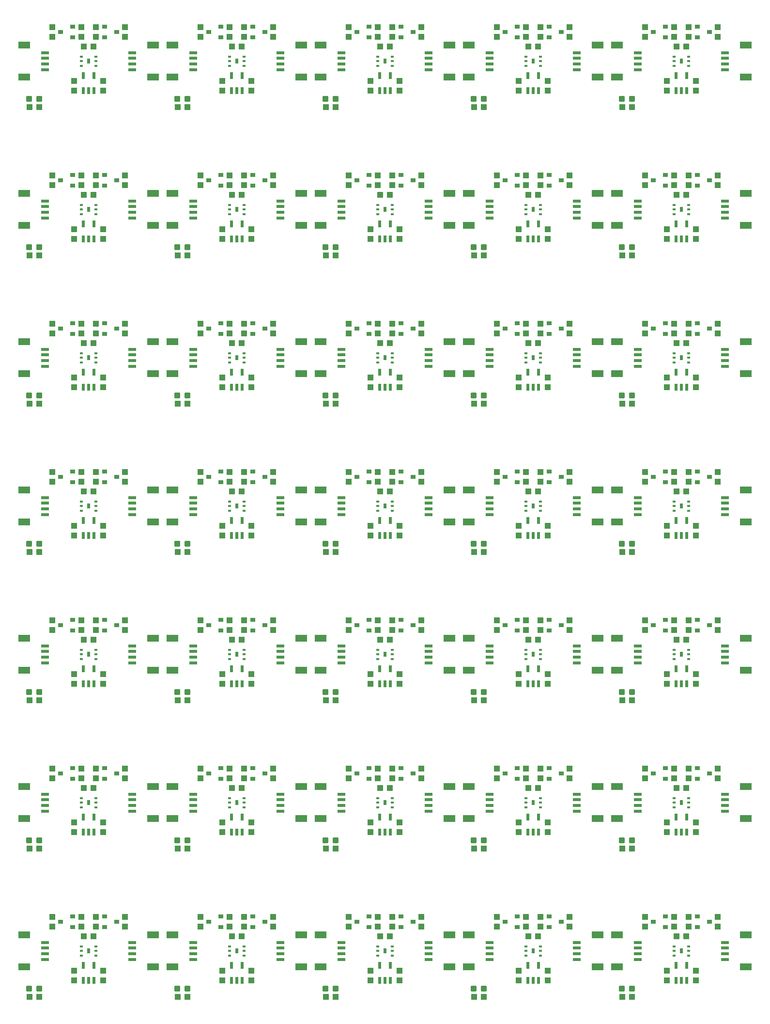
<source format=gtp>
G04 EAGLE Gerber RS-274X export*
G75*
%MOMM*%
%FSLAX34Y34*%
%LPD*%
%INSolderpaste Top*%
%IPPOS*%
%AMOC8*
5,1,8,0,0,1.08239X$1,22.5*%
G01*
%ADD10R,2.000000X1.200000*%
%ADD11R,1.350000X0.600000*%
%ADD12R,1.100000X1.000000*%
%ADD13C,0.300000*%
%ADD14R,0.550000X1.200000*%
%ADD15R,0.900000X0.800000*%
%ADD16R,1.000000X1.100000*%
%ADD17R,0.550000X0.400000*%
%ADD18R,0.600000X0.850000*%


D10*
X14050Y155000D03*
X14050Y99000D03*
D11*
X50800Y142000D03*
X50800Y132000D03*
X50800Y122000D03*
X50800Y112000D03*
D12*
X118500Y152400D03*
X135500Y152400D03*
D10*
X239950Y99000D03*
X239950Y155000D03*
D11*
X203200Y112000D03*
X203200Y122000D03*
X203200Y132000D03*
X203200Y142000D03*
D12*
X23250Y46990D03*
X40250Y46990D03*
D13*
X37020Y57460D02*
X37020Y64460D01*
X44020Y64460D01*
X44020Y57460D01*
X37020Y57460D01*
X37020Y60310D02*
X44020Y60310D01*
X44020Y63160D02*
X37020Y63160D01*
X19480Y64460D02*
X19480Y57460D01*
X19480Y64460D02*
X26480Y64460D01*
X26480Y57460D01*
X19480Y57460D01*
X19480Y60310D02*
X26480Y60310D01*
X26480Y63160D02*
X19480Y63160D01*
D14*
X117500Y75899D03*
X127000Y75899D03*
X136500Y75899D03*
X136500Y101901D03*
X117500Y101901D03*
D15*
X98900Y168300D03*
X98900Y187300D03*
X77900Y177800D03*
X155100Y187300D03*
X155100Y168300D03*
X176100Y177800D03*
D16*
X63500Y169300D03*
X63500Y186300D03*
X114300Y186300D03*
X114300Y169300D03*
X139700Y169300D03*
X139700Y186300D03*
X190500Y169300D03*
X190500Y186300D03*
X101600Y75320D03*
X101600Y92320D03*
X152400Y92320D03*
X152400Y75320D03*
D17*
X114500Y135000D03*
X114500Y127000D03*
X114500Y119000D03*
X139500Y135000D03*
X139500Y127000D03*
X139500Y119000D03*
D18*
X127000Y127000D03*
D10*
X273130Y155000D03*
X273130Y99000D03*
D11*
X309880Y142000D03*
X309880Y132000D03*
X309880Y122000D03*
X309880Y112000D03*
D12*
X377580Y152400D03*
X394580Y152400D03*
D10*
X499030Y99000D03*
X499030Y155000D03*
D11*
X462280Y112000D03*
X462280Y122000D03*
X462280Y132000D03*
X462280Y142000D03*
D12*
X282330Y46990D03*
X299330Y46990D03*
D13*
X296100Y57460D02*
X296100Y64460D01*
X303100Y64460D01*
X303100Y57460D01*
X296100Y57460D01*
X296100Y60310D02*
X303100Y60310D01*
X303100Y63160D02*
X296100Y63160D01*
X278560Y64460D02*
X278560Y57460D01*
X278560Y64460D02*
X285560Y64460D01*
X285560Y57460D01*
X278560Y57460D01*
X278560Y60310D02*
X285560Y60310D01*
X285560Y63160D02*
X278560Y63160D01*
D14*
X376580Y75899D03*
X386080Y75899D03*
X395580Y75899D03*
X395580Y101901D03*
X376580Y101901D03*
D15*
X357980Y168300D03*
X357980Y187300D03*
X336980Y177800D03*
X414180Y187300D03*
X414180Y168300D03*
X435180Y177800D03*
D16*
X322580Y169300D03*
X322580Y186300D03*
X373380Y186300D03*
X373380Y169300D03*
X398780Y169300D03*
X398780Y186300D03*
X449580Y169300D03*
X449580Y186300D03*
X360680Y75320D03*
X360680Y92320D03*
X411480Y92320D03*
X411480Y75320D03*
D17*
X373580Y135000D03*
X373580Y127000D03*
X373580Y119000D03*
X398580Y135000D03*
X398580Y127000D03*
X398580Y119000D03*
D18*
X386080Y127000D03*
D10*
X532210Y155000D03*
X532210Y99000D03*
D11*
X568960Y142000D03*
X568960Y132000D03*
X568960Y122000D03*
X568960Y112000D03*
D12*
X636660Y152400D03*
X653660Y152400D03*
D10*
X758110Y99000D03*
X758110Y155000D03*
D11*
X721360Y112000D03*
X721360Y122000D03*
X721360Y132000D03*
X721360Y142000D03*
D12*
X541410Y46990D03*
X558410Y46990D03*
D13*
X555180Y57460D02*
X555180Y64460D01*
X562180Y64460D01*
X562180Y57460D01*
X555180Y57460D01*
X555180Y60310D02*
X562180Y60310D01*
X562180Y63160D02*
X555180Y63160D01*
X537640Y64460D02*
X537640Y57460D01*
X537640Y64460D02*
X544640Y64460D01*
X544640Y57460D01*
X537640Y57460D01*
X537640Y60310D02*
X544640Y60310D01*
X544640Y63160D02*
X537640Y63160D01*
D14*
X635660Y75899D03*
X645160Y75899D03*
X654660Y75899D03*
X654660Y101901D03*
X635660Y101901D03*
D15*
X617060Y168300D03*
X617060Y187300D03*
X596060Y177800D03*
X673260Y187300D03*
X673260Y168300D03*
X694260Y177800D03*
D16*
X581660Y169300D03*
X581660Y186300D03*
X632460Y186300D03*
X632460Y169300D03*
X657860Y169300D03*
X657860Y186300D03*
X708660Y169300D03*
X708660Y186300D03*
X619760Y75320D03*
X619760Y92320D03*
X670560Y92320D03*
X670560Y75320D03*
D17*
X632660Y135000D03*
X632660Y127000D03*
X632660Y119000D03*
X657660Y135000D03*
X657660Y127000D03*
X657660Y119000D03*
D18*
X645160Y127000D03*
D10*
X791290Y155000D03*
X791290Y99000D03*
D11*
X828040Y142000D03*
X828040Y132000D03*
X828040Y122000D03*
X828040Y112000D03*
D12*
X895740Y152400D03*
X912740Y152400D03*
D10*
X1017190Y99000D03*
X1017190Y155000D03*
D11*
X980440Y112000D03*
X980440Y122000D03*
X980440Y132000D03*
X980440Y142000D03*
D12*
X800490Y46990D03*
X817490Y46990D03*
D13*
X814260Y57460D02*
X814260Y64460D01*
X821260Y64460D01*
X821260Y57460D01*
X814260Y57460D01*
X814260Y60310D02*
X821260Y60310D01*
X821260Y63160D02*
X814260Y63160D01*
X796720Y64460D02*
X796720Y57460D01*
X796720Y64460D02*
X803720Y64460D01*
X803720Y57460D01*
X796720Y57460D01*
X796720Y60310D02*
X803720Y60310D01*
X803720Y63160D02*
X796720Y63160D01*
D14*
X894740Y75899D03*
X904240Y75899D03*
X913740Y75899D03*
X913740Y101901D03*
X894740Y101901D03*
D15*
X876140Y168300D03*
X876140Y187300D03*
X855140Y177800D03*
X932340Y187300D03*
X932340Y168300D03*
X953340Y177800D03*
D16*
X840740Y169300D03*
X840740Y186300D03*
X891540Y186300D03*
X891540Y169300D03*
X916940Y169300D03*
X916940Y186300D03*
X967740Y169300D03*
X967740Y186300D03*
X878840Y75320D03*
X878840Y92320D03*
X929640Y92320D03*
X929640Y75320D03*
D17*
X891740Y135000D03*
X891740Y127000D03*
X891740Y119000D03*
X916740Y135000D03*
X916740Y127000D03*
X916740Y119000D03*
D18*
X904240Y127000D03*
D10*
X1050370Y155000D03*
X1050370Y99000D03*
D11*
X1087120Y142000D03*
X1087120Y132000D03*
X1087120Y122000D03*
X1087120Y112000D03*
D12*
X1154820Y152400D03*
X1171820Y152400D03*
D10*
X1276270Y99000D03*
X1276270Y155000D03*
D11*
X1239520Y112000D03*
X1239520Y122000D03*
X1239520Y132000D03*
X1239520Y142000D03*
D12*
X1059570Y46990D03*
X1076570Y46990D03*
D13*
X1073340Y57460D02*
X1073340Y64460D01*
X1080340Y64460D01*
X1080340Y57460D01*
X1073340Y57460D01*
X1073340Y60310D02*
X1080340Y60310D01*
X1080340Y63160D02*
X1073340Y63160D01*
X1055800Y64460D02*
X1055800Y57460D01*
X1055800Y64460D02*
X1062800Y64460D01*
X1062800Y57460D01*
X1055800Y57460D01*
X1055800Y60310D02*
X1062800Y60310D01*
X1062800Y63160D02*
X1055800Y63160D01*
D14*
X1153820Y75899D03*
X1163320Y75899D03*
X1172820Y75899D03*
X1172820Y101901D03*
X1153820Y101901D03*
D15*
X1135220Y168300D03*
X1135220Y187300D03*
X1114220Y177800D03*
X1191420Y187300D03*
X1191420Y168300D03*
X1212420Y177800D03*
D16*
X1099820Y169300D03*
X1099820Y186300D03*
X1150620Y186300D03*
X1150620Y169300D03*
X1176020Y169300D03*
X1176020Y186300D03*
X1226820Y169300D03*
X1226820Y186300D03*
X1137920Y75320D03*
X1137920Y92320D03*
X1188720Y92320D03*
X1188720Y75320D03*
D17*
X1150820Y135000D03*
X1150820Y127000D03*
X1150820Y119000D03*
X1175820Y135000D03*
X1175820Y127000D03*
X1175820Y119000D03*
D18*
X1163320Y127000D03*
D10*
X14050Y414080D03*
X14050Y358080D03*
D11*
X50800Y401080D03*
X50800Y391080D03*
X50800Y381080D03*
X50800Y371080D03*
D12*
X118500Y411480D03*
X135500Y411480D03*
D10*
X239950Y358080D03*
X239950Y414080D03*
D11*
X203200Y371080D03*
X203200Y381080D03*
X203200Y391080D03*
X203200Y401080D03*
D12*
X23250Y306070D03*
X40250Y306070D03*
D13*
X37020Y316540D02*
X37020Y323540D01*
X44020Y323540D01*
X44020Y316540D01*
X37020Y316540D01*
X37020Y319390D02*
X44020Y319390D01*
X44020Y322240D02*
X37020Y322240D01*
X19480Y323540D02*
X19480Y316540D01*
X19480Y323540D02*
X26480Y323540D01*
X26480Y316540D01*
X19480Y316540D01*
X19480Y319390D02*
X26480Y319390D01*
X26480Y322240D02*
X19480Y322240D01*
D14*
X117500Y334979D03*
X127000Y334979D03*
X136500Y334979D03*
X136500Y360981D03*
X117500Y360981D03*
D15*
X98900Y427380D03*
X98900Y446380D03*
X77900Y436880D03*
X155100Y446380D03*
X155100Y427380D03*
X176100Y436880D03*
D16*
X63500Y428380D03*
X63500Y445380D03*
X114300Y445380D03*
X114300Y428380D03*
X139700Y428380D03*
X139700Y445380D03*
X190500Y428380D03*
X190500Y445380D03*
X101600Y334400D03*
X101600Y351400D03*
X152400Y351400D03*
X152400Y334400D03*
D17*
X114500Y394080D03*
X114500Y386080D03*
X114500Y378080D03*
X139500Y394080D03*
X139500Y386080D03*
X139500Y378080D03*
D18*
X127000Y386080D03*
D10*
X273130Y414080D03*
X273130Y358080D03*
D11*
X309880Y401080D03*
X309880Y391080D03*
X309880Y381080D03*
X309880Y371080D03*
D12*
X377580Y411480D03*
X394580Y411480D03*
D10*
X499030Y358080D03*
X499030Y414080D03*
D11*
X462280Y371080D03*
X462280Y381080D03*
X462280Y391080D03*
X462280Y401080D03*
D12*
X282330Y306070D03*
X299330Y306070D03*
D13*
X296100Y316540D02*
X296100Y323540D01*
X303100Y323540D01*
X303100Y316540D01*
X296100Y316540D01*
X296100Y319390D02*
X303100Y319390D01*
X303100Y322240D02*
X296100Y322240D01*
X278560Y323540D02*
X278560Y316540D01*
X278560Y323540D02*
X285560Y323540D01*
X285560Y316540D01*
X278560Y316540D01*
X278560Y319390D02*
X285560Y319390D01*
X285560Y322240D02*
X278560Y322240D01*
D14*
X376580Y334979D03*
X386080Y334979D03*
X395580Y334979D03*
X395580Y360981D03*
X376580Y360981D03*
D15*
X357980Y427380D03*
X357980Y446380D03*
X336980Y436880D03*
X414180Y446380D03*
X414180Y427380D03*
X435180Y436880D03*
D16*
X322580Y428380D03*
X322580Y445380D03*
X373380Y445380D03*
X373380Y428380D03*
X398780Y428380D03*
X398780Y445380D03*
X449580Y428380D03*
X449580Y445380D03*
X360680Y334400D03*
X360680Y351400D03*
X411480Y351400D03*
X411480Y334400D03*
D17*
X373580Y394080D03*
X373580Y386080D03*
X373580Y378080D03*
X398580Y394080D03*
X398580Y386080D03*
X398580Y378080D03*
D18*
X386080Y386080D03*
D10*
X532210Y414080D03*
X532210Y358080D03*
D11*
X568960Y401080D03*
X568960Y391080D03*
X568960Y381080D03*
X568960Y371080D03*
D12*
X636660Y411480D03*
X653660Y411480D03*
D10*
X758110Y358080D03*
X758110Y414080D03*
D11*
X721360Y371080D03*
X721360Y381080D03*
X721360Y391080D03*
X721360Y401080D03*
D12*
X541410Y306070D03*
X558410Y306070D03*
D13*
X555180Y316540D02*
X555180Y323540D01*
X562180Y323540D01*
X562180Y316540D01*
X555180Y316540D01*
X555180Y319390D02*
X562180Y319390D01*
X562180Y322240D02*
X555180Y322240D01*
X537640Y323540D02*
X537640Y316540D01*
X537640Y323540D02*
X544640Y323540D01*
X544640Y316540D01*
X537640Y316540D01*
X537640Y319390D02*
X544640Y319390D01*
X544640Y322240D02*
X537640Y322240D01*
D14*
X635660Y334979D03*
X645160Y334979D03*
X654660Y334979D03*
X654660Y360981D03*
X635660Y360981D03*
D15*
X617060Y427380D03*
X617060Y446380D03*
X596060Y436880D03*
X673260Y446380D03*
X673260Y427380D03*
X694260Y436880D03*
D16*
X581660Y428380D03*
X581660Y445380D03*
X632460Y445380D03*
X632460Y428380D03*
X657860Y428380D03*
X657860Y445380D03*
X708660Y428380D03*
X708660Y445380D03*
X619760Y334400D03*
X619760Y351400D03*
X670560Y351400D03*
X670560Y334400D03*
D17*
X632660Y394080D03*
X632660Y386080D03*
X632660Y378080D03*
X657660Y394080D03*
X657660Y386080D03*
X657660Y378080D03*
D18*
X645160Y386080D03*
D10*
X791290Y414080D03*
X791290Y358080D03*
D11*
X828040Y401080D03*
X828040Y391080D03*
X828040Y381080D03*
X828040Y371080D03*
D12*
X895740Y411480D03*
X912740Y411480D03*
D10*
X1017190Y358080D03*
X1017190Y414080D03*
D11*
X980440Y371080D03*
X980440Y381080D03*
X980440Y391080D03*
X980440Y401080D03*
D12*
X800490Y306070D03*
X817490Y306070D03*
D13*
X814260Y316540D02*
X814260Y323540D01*
X821260Y323540D01*
X821260Y316540D01*
X814260Y316540D01*
X814260Y319390D02*
X821260Y319390D01*
X821260Y322240D02*
X814260Y322240D01*
X796720Y323540D02*
X796720Y316540D01*
X796720Y323540D02*
X803720Y323540D01*
X803720Y316540D01*
X796720Y316540D01*
X796720Y319390D02*
X803720Y319390D01*
X803720Y322240D02*
X796720Y322240D01*
D14*
X894740Y334979D03*
X904240Y334979D03*
X913740Y334979D03*
X913740Y360981D03*
X894740Y360981D03*
D15*
X876140Y427380D03*
X876140Y446380D03*
X855140Y436880D03*
X932340Y446380D03*
X932340Y427380D03*
X953340Y436880D03*
D16*
X840740Y428380D03*
X840740Y445380D03*
X891540Y445380D03*
X891540Y428380D03*
X916940Y428380D03*
X916940Y445380D03*
X967740Y428380D03*
X967740Y445380D03*
X878840Y334400D03*
X878840Y351400D03*
X929640Y351400D03*
X929640Y334400D03*
D17*
X891740Y394080D03*
X891740Y386080D03*
X891740Y378080D03*
X916740Y394080D03*
X916740Y386080D03*
X916740Y378080D03*
D18*
X904240Y386080D03*
D10*
X1050370Y414080D03*
X1050370Y358080D03*
D11*
X1087120Y401080D03*
X1087120Y391080D03*
X1087120Y381080D03*
X1087120Y371080D03*
D12*
X1154820Y411480D03*
X1171820Y411480D03*
D10*
X1276270Y358080D03*
X1276270Y414080D03*
D11*
X1239520Y371080D03*
X1239520Y381080D03*
X1239520Y391080D03*
X1239520Y401080D03*
D12*
X1059570Y306070D03*
X1076570Y306070D03*
D13*
X1073340Y316540D02*
X1073340Y323540D01*
X1080340Y323540D01*
X1080340Y316540D01*
X1073340Y316540D01*
X1073340Y319390D02*
X1080340Y319390D01*
X1080340Y322240D02*
X1073340Y322240D01*
X1055800Y323540D02*
X1055800Y316540D01*
X1055800Y323540D02*
X1062800Y323540D01*
X1062800Y316540D01*
X1055800Y316540D01*
X1055800Y319390D02*
X1062800Y319390D01*
X1062800Y322240D02*
X1055800Y322240D01*
D14*
X1153820Y334979D03*
X1163320Y334979D03*
X1172820Y334979D03*
X1172820Y360981D03*
X1153820Y360981D03*
D15*
X1135220Y427380D03*
X1135220Y446380D03*
X1114220Y436880D03*
X1191420Y446380D03*
X1191420Y427380D03*
X1212420Y436880D03*
D16*
X1099820Y428380D03*
X1099820Y445380D03*
X1150620Y445380D03*
X1150620Y428380D03*
X1176020Y428380D03*
X1176020Y445380D03*
X1226820Y428380D03*
X1226820Y445380D03*
X1137920Y334400D03*
X1137920Y351400D03*
X1188720Y351400D03*
X1188720Y334400D03*
D17*
X1150820Y394080D03*
X1150820Y386080D03*
X1150820Y378080D03*
X1175820Y394080D03*
X1175820Y386080D03*
X1175820Y378080D03*
D18*
X1163320Y386080D03*
D10*
X14050Y673160D03*
X14050Y617160D03*
D11*
X50800Y660160D03*
X50800Y650160D03*
X50800Y640160D03*
X50800Y630160D03*
D12*
X118500Y670560D03*
X135500Y670560D03*
D10*
X239950Y617160D03*
X239950Y673160D03*
D11*
X203200Y630160D03*
X203200Y640160D03*
X203200Y650160D03*
X203200Y660160D03*
D12*
X23250Y565150D03*
X40250Y565150D03*
D13*
X37020Y575620D02*
X37020Y582620D01*
X44020Y582620D01*
X44020Y575620D01*
X37020Y575620D01*
X37020Y578470D02*
X44020Y578470D01*
X44020Y581320D02*
X37020Y581320D01*
X19480Y582620D02*
X19480Y575620D01*
X19480Y582620D02*
X26480Y582620D01*
X26480Y575620D01*
X19480Y575620D01*
X19480Y578470D02*
X26480Y578470D01*
X26480Y581320D02*
X19480Y581320D01*
D14*
X117500Y594059D03*
X127000Y594059D03*
X136500Y594059D03*
X136500Y620061D03*
X117500Y620061D03*
D15*
X98900Y686460D03*
X98900Y705460D03*
X77900Y695960D03*
X155100Y705460D03*
X155100Y686460D03*
X176100Y695960D03*
D16*
X63500Y687460D03*
X63500Y704460D03*
X114300Y704460D03*
X114300Y687460D03*
X139700Y687460D03*
X139700Y704460D03*
X190500Y687460D03*
X190500Y704460D03*
X101600Y593480D03*
X101600Y610480D03*
X152400Y610480D03*
X152400Y593480D03*
D17*
X114500Y653160D03*
X114500Y645160D03*
X114500Y637160D03*
X139500Y653160D03*
X139500Y645160D03*
X139500Y637160D03*
D18*
X127000Y645160D03*
D10*
X273130Y673160D03*
X273130Y617160D03*
D11*
X309880Y660160D03*
X309880Y650160D03*
X309880Y640160D03*
X309880Y630160D03*
D12*
X377580Y670560D03*
X394580Y670560D03*
D10*
X499030Y617160D03*
X499030Y673160D03*
D11*
X462280Y630160D03*
X462280Y640160D03*
X462280Y650160D03*
X462280Y660160D03*
D12*
X282330Y565150D03*
X299330Y565150D03*
D13*
X296100Y575620D02*
X296100Y582620D01*
X303100Y582620D01*
X303100Y575620D01*
X296100Y575620D01*
X296100Y578470D02*
X303100Y578470D01*
X303100Y581320D02*
X296100Y581320D01*
X278560Y582620D02*
X278560Y575620D01*
X278560Y582620D02*
X285560Y582620D01*
X285560Y575620D01*
X278560Y575620D01*
X278560Y578470D02*
X285560Y578470D01*
X285560Y581320D02*
X278560Y581320D01*
D14*
X376580Y594059D03*
X386080Y594059D03*
X395580Y594059D03*
X395580Y620061D03*
X376580Y620061D03*
D15*
X357980Y686460D03*
X357980Y705460D03*
X336980Y695960D03*
X414180Y705460D03*
X414180Y686460D03*
X435180Y695960D03*
D16*
X322580Y687460D03*
X322580Y704460D03*
X373380Y704460D03*
X373380Y687460D03*
X398780Y687460D03*
X398780Y704460D03*
X449580Y687460D03*
X449580Y704460D03*
X360680Y593480D03*
X360680Y610480D03*
X411480Y610480D03*
X411480Y593480D03*
D17*
X373580Y653160D03*
X373580Y645160D03*
X373580Y637160D03*
X398580Y653160D03*
X398580Y645160D03*
X398580Y637160D03*
D18*
X386080Y645160D03*
D10*
X532210Y673160D03*
X532210Y617160D03*
D11*
X568960Y660160D03*
X568960Y650160D03*
X568960Y640160D03*
X568960Y630160D03*
D12*
X636660Y670560D03*
X653660Y670560D03*
D10*
X758110Y617160D03*
X758110Y673160D03*
D11*
X721360Y630160D03*
X721360Y640160D03*
X721360Y650160D03*
X721360Y660160D03*
D12*
X541410Y565150D03*
X558410Y565150D03*
D13*
X555180Y575620D02*
X555180Y582620D01*
X562180Y582620D01*
X562180Y575620D01*
X555180Y575620D01*
X555180Y578470D02*
X562180Y578470D01*
X562180Y581320D02*
X555180Y581320D01*
X537640Y582620D02*
X537640Y575620D01*
X537640Y582620D02*
X544640Y582620D01*
X544640Y575620D01*
X537640Y575620D01*
X537640Y578470D02*
X544640Y578470D01*
X544640Y581320D02*
X537640Y581320D01*
D14*
X635660Y594059D03*
X645160Y594059D03*
X654660Y594059D03*
X654660Y620061D03*
X635660Y620061D03*
D15*
X617060Y686460D03*
X617060Y705460D03*
X596060Y695960D03*
X673260Y705460D03*
X673260Y686460D03*
X694260Y695960D03*
D16*
X581660Y687460D03*
X581660Y704460D03*
X632460Y704460D03*
X632460Y687460D03*
X657860Y687460D03*
X657860Y704460D03*
X708660Y687460D03*
X708660Y704460D03*
X619760Y593480D03*
X619760Y610480D03*
X670560Y610480D03*
X670560Y593480D03*
D17*
X632660Y653160D03*
X632660Y645160D03*
X632660Y637160D03*
X657660Y653160D03*
X657660Y645160D03*
X657660Y637160D03*
D18*
X645160Y645160D03*
D10*
X791290Y673160D03*
X791290Y617160D03*
D11*
X828040Y660160D03*
X828040Y650160D03*
X828040Y640160D03*
X828040Y630160D03*
D12*
X895740Y670560D03*
X912740Y670560D03*
D10*
X1017190Y617160D03*
X1017190Y673160D03*
D11*
X980440Y630160D03*
X980440Y640160D03*
X980440Y650160D03*
X980440Y660160D03*
D12*
X800490Y565150D03*
X817490Y565150D03*
D13*
X814260Y575620D02*
X814260Y582620D01*
X821260Y582620D01*
X821260Y575620D01*
X814260Y575620D01*
X814260Y578470D02*
X821260Y578470D01*
X821260Y581320D02*
X814260Y581320D01*
X796720Y582620D02*
X796720Y575620D01*
X796720Y582620D02*
X803720Y582620D01*
X803720Y575620D01*
X796720Y575620D01*
X796720Y578470D02*
X803720Y578470D01*
X803720Y581320D02*
X796720Y581320D01*
D14*
X894740Y594059D03*
X904240Y594059D03*
X913740Y594059D03*
X913740Y620061D03*
X894740Y620061D03*
D15*
X876140Y686460D03*
X876140Y705460D03*
X855140Y695960D03*
X932340Y705460D03*
X932340Y686460D03*
X953340Y695960D03*
D16*
X840740Y687460D03*
X840740Y704460D03*
X891540Y704460D03*
X891540Y687460D03*
X916940Y687460D03*
X916940Y704460D03*
X967740Y687460D03*
X967740Y704460D03*
X878840Y593480D03*
X878840Y610480D03*
X929640Y610480D03*
X929640Y593480D03*
D17*
X891740Y653160D03*
X891740Y645160D03*
X891740Y637160D03*
X916740Y653160D03*
X916740Y645160D03*
X916740Y637160D03*
D18*
X904240Y645160D03*
D10*
X1050370Y673160D03*
X1050370Y617160D03*
D11*
X1087120Y660160D03*
X1087120Y650160D03*
X1087120Y640160D03*
X1087120Y630160D03*
D12*
X1154820Y670560D03*
X1171820Y670560D03*
D10*
X1276270Y617160D03*
X1276270Y673160D03*
D11*
X1239520Y630160D03*
X1239520Y640160D03*
X1239520Y650160D03*
X1239520Y660160D03*
D12*
X1059570Y565150D03*
X1076570Y565150D03*
D13*
X1073340Y575620D02*
X1073340Y582620D01*
X1080340Y582620D01*
X1080340Y575620D01*
X1073340Y575620D01*
X1073340Y578470D02*
X1080340Y578470D01*
X1080340Y581320D02*
X1073340Y581320D01*
X1055800Y582620D02*
X1055800Y575620D01*
X1055800Y582620D02*
X1062800Y582620D01*
X1062800Y575620D01*
X1055800Y575620D01*
X1055800Y578470D02*
X1062800Y578470D01*
X1062800Y581320D02*
X1055800Y581320D01*
D14*
X1153820Y594059D03*
X1163320Y594059D03*
X1172820Y594059D03*
X1172820Y620061D03*
X1153820Y620061D03*
D15*
X1135220Y686460D03*
X1135220Y705460D03*
X1114220Y695960D03*
X1191420Y705460D03*
X1191420Y686460D03*
X1212420Y695960D03*
D16*
X1099820Y687460D03*
X1099820Y704460D03*
X1150620Y704460D03*
X1150620Y687460D03*
X1176020Y687460D03*
X1176020Y704460D03*
X1226820Y687460D03*
X1226820Y704460D03*
X1137920Y593480D03*
X1137920Y610480D03*
X1188720Y610480D03*
X1188720Y593480D03*
D17*
X1150820Y653160D03*
X1150820Y645160D03*
X1150820Y637160D03*
X1175820Y653160D03*
X1175820Y645160D03*
X1175820Y637160D03*
D18*
X1163320Y645160D03*
D10*
X14050Y932240D03*
X14050Y876240D03*
D11*
X50800Y919240D03*
X50800Y909240D03*
X50800Y899240D03*
X50800Y889240D03*
D12*
X118500Y929640D03*
X135500Y929640D03*
D10*
X239950Y876240D03*
X239950Y932240D03*
D11*
X203200Y889240D03*
X203200Y899240D03*
X203200Y909240D03*
X203200Y919240D03*
D12*
X23250Y824230D03*
X40250Y824230D03*
D13*
X37020Y834700D02*
X37020Y841700D01*
X44020Y841700D01*
X44020Y834700D01*
X37020Y834700D01*
X37020Y837550D02*
X44020Y837550D01*
X44020Y840400D02*
X37020Y840400D01*
X19480Y841700D02*
X19480Y834700D01*
X19480Y841700D02*
X26480Y841700D01*
X26480Y834700D01*
X19480Y834700D01*
X19480Y837550D02*
X26480Y837550D01*
X26480Y840400D02*
X19480Y840400D01*
D14*
X117500Y853139D03*
X127000Y853139D03*
X136500Y853139D03*
X136500Y879141D03*
X117500Y879141D03*
D15*
X98900Y945540D03*
X98900Y964540D03*
X77900Y955040D03*
X155100Y964540D03*
X155100Y945540D03*
X176100Y955040D03*
D16*
X63500Y946540D03*
X63500Y963540D03*
X114300Y963540D03*
X114300Y946540D03*
X139700Y946540D03*
X139700Y963540D03*
X190500Y946540D03*
X190500Y963540D03*
X101600Y852560D03*
X101600Y869560D03*
X152400Y869560D03*
X152400Y852560D03*
D17*
X114500Y912240D03*
X114500Y904240D03*
X114500Y896240D03*
X139500Y912240D03*
X139500Y904240D03*
X139500Y896240D03*
D18*
X127000Y904240D03*
D10*
X273130Y932240D03*
X273130Y876240D03*
D11*
X309880Y919240D03*
X309880Y909240D03*
X309880Y899240D03*
X309880Y889240D03*
D12*
X377580Y929640D03*
X394580Y929640D03*
D10*
X499030Y876240D03*
X499030Y932240D03*
D11*
X462280Y889240D03*
X462280Y899240D03*
X462280Y909240D03*
X462280Y919240D03*
D12*
X282330Y824230D03*
X299330Y824230D03*
D13*
X296100Y834700D02*
X296100Y841700D01*
X303100Y841700D01*
X303100Y834700D01*
X296100Y834700D01*
X296100Y837550D02*
X303100Y837550D01*
X303100Y840400D02*
X296100Y840400D01*
X278560Y841700D02*
X278560Y834700D01*
X278560Y841700D02*
X285560Y841700D01*
X285560Y834700D01*
X278560Y834700D01*
X278560Y837550D02*
X285560Y837550D01*
X285560Y840400D02*
X278560Y840400D01*
D14*
X376580Y853139D03*
X386080Y853139D03*
X395580Y853139D03*
X395580Y879141D03*
X376580Y879141D03*
D15*
X357980Y945540D03*
X357980Y964540D03*
X336980Y955040D03*
X414180Y964540D03*
X414180Y945540D03*
X435180Y955040D03*
D16*
X322580Y946540D03*
X322580Y963540D03*
X373380Y963540D03*
X373380Y946540D03*
X398780Y946540D03*
X398780Y963540D03*
X449580Y946540D03*
X449580Y963540D03*
X360680Y852560D03*
X360680Y869560D03*
X411480Y869560D03*
X411480Y852560D03*
D17*
X373580Y912240D03*
X373580Y904240D03*
X373580Y896240D03*
X398580Y912240D03*
X398580Y904240D03*
X398580Y896240D03*
D18*
X386080Y904240D03*
D10*
X532210Y932240D03*
X532210Y876240D03*
D11*
X568960Y919240D03*
X568960Y909240D03*
X568960Y899240D03*
X568960Y889240D03*
D12*
X636660Y929640D03*
X653660Y929640D03*
D10*
X758110Y876240D03*
X758110Y932240D03*
D11*
X721360Y889240D03*
X721360Y899240D03*
X721360Y909240D03*
X721360Y919240D03*
D12*
X541410Y824230D03*
X558410Y824230D03*
D13*
X555180Y834700D02*
X555180Y841700D01*
X562180Y841700D01*
X562180Y834700D01*
X555180Y834700D01*
X555180Y837550D02*
X562180Y837550D01*
X562180Y840400D02*
X555180Y840400D01*
X537640Y841700D02*
X537640Y834700D01*
X537640Y841700D02*
X544640Y841700D01*
X544640Y834700D01*
X537640Y834700D01*
X537640Y837550D02*
X544640Y837550D01*
X544640Y840400D02*
X537640Y840400D01*
D14*
X635660Y853139D03*
X645160Y853139D03*
X654660Y853139D03*
X654660Y879141D03*
X635660Y879141D03*
D15*
X617060Y945540D03*
X617060Y964540D03*
X596060Y955040D03*
X673260Y964540D03*
X673260Y945540D03*
X694260Y955040D03*
D16*
X581660Y946540D03*
X581660Y963540D03*
X632460Y963540D03*
X632460Y946540D03*
X657860Y946540D03*
X657860Y963540D03*
X708660Y946540D03*
X708660Y963540D03*
X619760Y852560D03*
X619760Y869560D03*
X670560Y869560D03*
X670560Y852560D03*
D17*
X632660Y912240D03*
X632660Y904240D03*
X632660Y896240D03*
X657660Y912240D03*
X657660Y904240D03*
X657660Y896240D03*
D18*
X645160Y904240D03*
D10*
X791290Y932240D03*
X791290Y876240D03*
D11*
X828040Y919240D03*
X828040Y909240D03*
X828040Y899240D03*
X828040Y889240D03*
D12*
X895740Y929640D03*
X912740Y929640D03*
D10*
X1017190Y876240D03*
X1017190Y932240D03*
D11*
X980440Y889240D03*
X980440Y899240D03*
X980440Y909240D03*
X980440Y919240D03*
D12*
X800490Y824230D03*
X817490Y824230D03*
D13*
X814260Y834700D02*
X814260Y841700D01*
X821260Y841700D01*
X821260Y834700D01*
X814260Y834700D01*
X814260Y837550D02*
X821260Y837550D01*
X821260Y840400D02*
X814260Y840400D01*
X796720Y841700D02*
X796720Y834700D01*
X796720Y841700D02*
X803720Y841700D01*
X803720Y834700D01*
X796720Y834700D01*
X796720Y837550D02*
X803720Y837550D01*
X803720Y840400D02*
X796720Y840400D01*
D14*
X894740Y853139D03*
X904240Y853139D03*
X913740Y853139D03*
X913740Y879141D03*
X894740Y879141D03*
D15*
X876140Y945540D03*
X876140Y964540D03*
X855140Y955040D03*
X932340Y964540D03*
X932340Y945540D03*
X953340Y955040D03*
D16*
X840740Y946540D03*
X840740Y963540D03*
X891540Y963540D03*
X891540Y946540D03*
X916940Y946540D03*
X916940Y963540D03*
X967740Y946540D03*
X967740Y963540D03*
X878840Y852560D03*
X878840Y869560D03*
X929640Y869560D03*
X929640Y852560D03*
D17*
X891740Y912240D03*
X891740Y904240D03*
X891740Y896240D03*
X916740Y912240D03*
X916740Y904240D03*
X916740Y896240D03*
D18*
X904240Y904240D03*
D10*
X1050370Y932240D03*
X1050370Y876240D03*
D11*
X1087120Y919240D03*
X1087120Y909240D03*
X1087120Y899240D03*
X1087120Y889240D03*
D12*
X1154820Y929640D03*
X1171820Y929640D03*
D10*
X1276270Y876240D03*
X1276270Y932240D03*
D11*
X1239520Y889240D03*
X1239520Y899240D03*
X1239520Y909240D03*
X1239520Y919240D03*
D12*
X1059570Y824230D03*
X1076570Y824230D03*
D13*
X1073340Y834700D02*
X1073340Y841700D01*
X1080340Y841700D01*
X1080340Y834700D01*
X1073340Y834700D01*
X1073340Y837550D02*
X1080340Y837550D01*
X1080340Y840400D02*
X1073340Y840400D01*
X1055800Y841700D02*
X1055800Y834700D01*
X1055800Y841700D02*
X1062800Y841700D01*
X1062800Y834700D01*
X1055800Y834700D01*
X1055800Y837550D02*
X1062800Y837550D01*
X1062800Y840400D02*
X1055800Y840400D01*
D14*
X1153820Y853139D03*
X1163320Y853139D03*
X1172820Y853139D03*
X1172820Y879141D03*
X1153820Y879141D03*
D15*
X1135220Y945540D03*
X1135220Y964540D03*
X1114220Y955040D03*
X1191420Y964540D03*
X1191420Y945540D03*
X1212420Y955040D03*
D16*
X1099820Y946540D03*
X1099820Y963540D03*
X1150620Y963540D03*
X1150620Y946540D03*
X1176020Y946540D03*
X1176020Y963540D03*
X1226820Y946540D03*
X1226820Y963540D03*
X1137920Y852560D03*
X1137920Y869560D03*
X1188720Y869560D03*
X1188720Y852560D03*
D17*
X1150820Y912240D03*
X1150820Y904240D03*
X1150820Y896240D03*
X1175820Y912240D03*
X1175820Y904240D03*
X1175820Y896240D03*
D18*
X1163320Y904240D03*
D10*
X14050Y1191320D03*
X14050Y1135320D03*
D11*
X50800Y1178320D03*
X50800Y1168320D03*
X50800Y1158320D03*
X50800Y1148320D03*
D12*
X118500Y1188720D03*
X135500Y1188720D03*
D10*
X239950Y1135320D03*
X239950Y1191320D03*
D11*
X203200Y1148320D03*
X203200Y1158320D03*
X203200Y1168320D03*
X203200Y1178320D03*
D12*
X23250Y1083310D03*
X40250Y1083310D03*
D13*
X37020Y1093780D02*
X37020Y1100780D01*
X44020Y1100780D01*
X44020Y1093780D01*
X37020Y1093780D01*
X37020Y1096630D02*
X44020Y1096630D01*
X44020Y1099480D02*
X37020Y1099480D01*
X19480Y1100780D02*
X19480Y1093780D01*
X19480Y1100780D02*
X26480Y1100780D01*
X26480Y1093780D01*
X19480Y1093780D01*
X19480Y1096630D02*
X26480Y1096630D01*
X26480Y1099480D02*
X19480Y1099480D01*
D14*
X117500Y1112219D03*
X127000Y1112219D03*
X136500Y1112219D03*
X136500Y1138221D03*
X117500Y1138221D03*
D15*
X98900Y1204620D03*
X98900Y1223620D03*
X77900Y1214120D03*
X155100Y1223620D03*
X155100Y1204620D03*
X176100Y1214120D03*
D16*
X63500Y1205620D03*
X63500Y1222620D03*
X114300Y1222620D03*
X114300Y1205620D03*
X139700Y1205620D03*
X139700Y1222620D03*
X190500Y1205620D03*
X190500Y1222620D03*
X101600Y1111640D03*
X101600Y1128640D03*
X152400Y1128640D03*
X152400Y1111640D03*
D17*
X114500Y1171320D03*
X114500Y1163320D03*
X114500Y1155320D03*
X139500Y1171320D03*
X139500Y1163320D03*
X139500Y1155320D03*
D18*
X127000Y1163320D03*
D10*
X273130Y1191320D03*
X273130Y1135320D03*
D11*
X309880Y1178320D03*
X309880Y1168320D03*
X309880Y1158320D03*
X309880Y1148320D03*
D12*
X377580Y1188720D03*
X394580Y1188720D03*
D10*
X499030Y1135320D03*
X499030Y1191320D03*
D11*
X462280Y1148320D03*
X462280Y1158320D03*
X462280Y1168320D03*
X462280Y1178320D03*
D12*
X282330Y1083310D03*
X299330Y1083310D03*
D13*
X296100Y1093780D02*
X296100Y1100780D01*
X303100Y1100780D01*
X303100Y1093780D01*
X296100Y1093780D01*
X296100Y1096630D02*
X303100Y1096630D01*
X303100Y1099480D02*
X296100Y1099480D01*
X278560Y1100780D02*
X278560Y1093780D01*
X278560Y1100780D02*
X285560Y1100780D01*
X285560Y1093780D01*
X278560Y1093780D01*
X278560Y1096630D02*
X285560Y1096630D01*
X285560Y1099480D02*
X278560Y1099480D01*
D14*
X376580Y1112219D03*
X386080Y1112219D03*
X395580Y1112219D03*
X395580Y1138221D03*
X376580Y1138221D03*
D15*
X357980Y1204620D03*
X357980Y1223620D03*
X336980Y1214120D03*
X414180Y1223620D03*
X414180Y1204620D03*
X435180Y1214120D03*
D16*
X322580Y1205620D03*
X322580Y1222620D03*
X373380Y1222620D03*
X373380Y1205620D03*
X398780Y1205620D03*
X398780Y1222620D03*
X449580Y1205620D03*
X449580Y1222620D03*
X360680Y1111640D03*
X360680Y1128640D03*
X411480Y1128640D03*
X411480Y1111640D03*
D17*
X373580Y1171320D03*
X373580Y1163320D03*
X373580Y1155320D03*
X398580Y1171320D03*
X398580Y1163320D03*
X398580Y1155320D03*
D18*
X386080Y1163320D03*
D10*
X532210Y1191320D03*
X532210Y1135320D03*
D11*
X568960Y1178320D03*
X568960Y1168320D03*
X568960Y1158320D03*
X568960Y1148320D03*
D12*
X636660Y1188720D03*
X653660Y1188720D03*
D10*
X758110Y1135320D03*
X758110Y1191320D03*
D11*
X721360Y1148320D03*
X721360Y1158320D03*
X721360Y1168320D03*
X721360Y1178320D03*
D12*
X541410Y1083310D03*
X558410Y1083310D03*
D13*
X555180Y1093780D02*
X555180Y1100780D01*
X562180Y1100780D01*
X562180Y1093780D01*
X555180Y1093780D01*
X555180Y1096630D02*
X562180Y1096630D01*
X562180Y1099480D02*
X555180Y1099480D01*
X537640Y1100780D02*
X537640Y1093780D01*
X537640Y1100780D02*
X544640Y1100780D01*
X544640Y1093780D01*
X537640Y1093780D01*
X537640Y1096630D02*
X544640Y1096630D01*
X544640Y1099480D02*
X537640Y1099480D01*
D14*
X635660Y1112219D03*
X645160Y1112219D03*
X654660Y1112219D03*
X654660Y1138221D03*
X635660Y1138221D03*
D15*
X617060Y1204620D03*
X617060Y1223620D03*
X596060Y1214120D03*
X673260Y1223620D03*
X673260Y1204620D03*
X694260Y1214120D03*
D16*
X581660Y1205620D03*
X581660Y1222620D03*
X632460Y1222620D03*
X632460Y1205620D03*
X657860Y1205620D03*
X657860Y1222620D03*
X708660Y1205620D03*
X708660Y1222620D03*
X619760Y1111640D03*
X619760Y1128640D03*
X670560Y1128640D03*
X670560Y1111640D03*
D17*
X632660Y1171320D03*
X632660Y1163320D03*
X632660Y1155320D03*
X657660Y1171320D03*
X657660Y1163320D03*
X657660Y1155320D03*
D18*
X645160Y1163320D03*
D10*
X791290Y1191320D03*
X791290Y1135320D03*
D11*
X828040Y1178320D03*
X828040Y1168320D03*
X828040Y1158320D03*
X828040Y1148320D03*
D12*
X895740Y1188720D03*
X912740Y1188720D03*
D10*
X1017190Y1135320D03*
X1017190Y1191320D03*
D11*
X980440Y1148320D03*
X980440Y1158320D03*
X980440Y1168320D03*
X980440Y1178320D03*
D12*
X800490Y1083310D03*
X817490Y1083310D03*
D13*
X814260Y1093780D02*
X814260Y1100780D01*
X821260Y1100780D01*
X821260Y1093780D01*
X814260Y1093780D01*
X814260Y1096630D02*
X821260Y1096630D01*
X821260Y1099480D02*
X814260Y1099480D01*
X796720Y1100780D02*
X796720Y1093780D01*
X796720Y1100780D02*
X803720Y1100780D01*
X803720Y1093780D01*
X796720Y1093780D01*
X796720Y1096630D02*
X803720Y1096630D01*
X803720Y1099480D02*
X796720Y1099480D01*
D14*
X894740Y1112219D03*
X904240Y1112219D03*
X913740Y1112219D03*
X913740Y1138221D03*
X894740Y1138221D03*
D15*
X876140Y1204620D03*
X876140Y1223620D03*
X855140Y1214120D03*
X932340Y1223620D03*
X932340Y1204620D03*
X953340Y1214120D03*
D16*
X840740Y1205620D03*
X840740Y1222620D03*
X891540Y1222620D03*
X891540Y1205620D03*
X916940Y1205620D03*
X916940Y1222620D03*
X967740Y1205620D03*
X967740Y1222620D03*
X878840Y1111640D03*
X878840Y1128640D03*
X929640Y1128640D03*
X929640Y1111640D03*
D17*
X891740Y1171320D03*
X891740Y1163320D03*
X891740Y1155320D03*
X916740Y1171320D03*
X916740Y1163320D03*
X916740Y1155320D03*
D18*
X904240Y1163320D03*
D10*
X1050370Y1191320D03*
X1050370Y1135320D03*
D11*
X1087120Y1178320D03*
X1087120Y1168320D03*
X1087120Y1158320D03*
X1087120Y1148320D03*
D12*
X1154820Y1188720D03*
X1171820Y1188720D03*
D10*
X1276270Y1135320D03*
X1276270Y1191320D03*
D11*
X1239520Y1148320D03*
X1239520Y1158320D03*
X1239520Y1168320D03*
X1239520Y1178320D03*
D12*
X1059570Y1083310D03*
X1076570Y1083310D03*
D13*
X1073340Y1093780D02*
X1073340Y1100780D01*
X1080340Y1100780D01*
X1080340Y1093780D01*
X1073340Y1093780D01*
X1073340Y1096630D02*
X1080340Y1096630D01*
X1080340Y1099480D02*
X1073340Y1099480D01*
X1055800Y1100780D02*
X1055800Y1093780D01*
X1055800Y1100780D02*
X1062800Y1100780D01*
X1062800Y1093780D01*
X1055800Y1093780D01*
X1055800Y1096630D02*
X1062800Y1096630D01*
X1062800Y1099480D02*
X1055800Y1099480D01*
D14*
X1153820Y1112219D03*
X1163320Y1112219D03*
X1172820Y1112219D03*
X1172820Y1138221D03*
X1153820Y1138221D03*
D15*
X1135220Y1204620D03*
X1135220Y1223620D03*
X1114220Y1214120D03*
X1191420Y1223620D03*
X1191420Y1204620D03*
X1212420Y1214120D03*
D16*
X1099820Y1205620D03*
X1099820Y1222620D03*
X1150620Y1222620D03*
X1150620Y1205620D03*
X1176020Y1205620D03*
X1176020Y1222620D03*
X1226820Y1205620D03*
X1226820Y1222620D03*
X1137920Y1111640D03*
X1137920Y1128640D03*
X1188720Y1128640D03*
X1188720Y1111640D03*
D17*
X1150820Y1171320D03*
X1150820Y1163320D03*
X1150820Y1155320D03*
X1175820Y1171320D03*
X1175820Y1163320D03*
X1175820Y1155320D03*
D18*
X1163320Y1163320D03*
D10*
X14050Y1450400D03*
X14050Y1394400D03*
D11*
X50800Y1437400D03*
X50800Y1427400D03*
X50800Y1417400D03*
X50800Y1407400D03*
D12*
X118500Y1447800D03*
X135500Y1447800D03*
D10*
X239950Y1394400D03*
X239950Y1450400D03*
D11*
X203200Y1407400D03*
X203200Y1417400D03*
X203200Y1427400D03*
X203200Y1437400D03*
D12*
X23250Y1342390D03*
X40250Y1342390D03*
D13*
X37020Y1352860D02*
X37020Y1359860D01*
X44020Y1359860D01*
X44020Y1352860D01*
X37020Y1352860D01*
X37020Y1355710D02*
X44020Y1355710D01*
X44020Y1358560D02*
X37020Y1358560D01*
X19480Y1359860D02*
X19480Y1352860D01*
X19480Y1359860D02*
X26480Y1359860D01*
X26480Y1352860D01*
X19480Y1352860D01*
X19480Y1355710D02*
X26480Y1355710D01*
X26480Y1358560D02*
X19480Y1358560D01*
D14*
X117500Y1371299D03*
X127000Y1371299D03*
X136500Y1371299D03*
X136500Y1397301D03*
X117500Y1397301D03*
D15*
X98900Y1463700D03*
X98900Y1482700D03*
X77900Y1473200D03*
X155100Y1482700D03*
X155100Y1463700D03*
X176100Y1473200D03*
D16*
X63500Y1464700D03*
X63500Y1481700D03*
X114300Y1481700D03*
X114300Y1464700D03*
X139700Y1464700D03*
X139700Y1481700D03*
X190500Y1464700D03*
X190500Y1481700D03*
X101600Y1370720D03*
X101600Y1387720D03*
X152400Y1387720D03*
X152400Y1370720D03*
D17*
X114500Y1430400D03*
X114500Y1422400D03*
X114500Y1414400D03*
X139500Y1430400D03*
X139500Y1422400D03*
X139500Y1414400D03*
D18*
X127000Y1422400D03*
D10*
X273130Y1450400D03*
X273130Y1394400D03*
D11*
X309880Y1437400D03*
X309880Y1427400D03*
X309880Y1417400D03*
X309880Y1407400D03*
D12*
X377580Y1447800D03*
X394580Y1447800D03*
D10*
X499030Y1394400D03*
X499030Y1450400D03*
D11*
X462280Y1407400D03*
X462280Y1417400D03*
X462280Y1427400D03*
X462280Y1437400D03*
D12*
X282330Y1342390D03*
X299330Y1342390D03*
D13*
X296100Y1352860D02*
X296100Y1359860D01*
X303100Y1359860D01*
X303100Y1352860D01*
X296100Y1352860D01*
X296100Y1355710D02*
X303100Y1355710D01*
X303100Y1358560D02*
X296100Y1358560D01*
X278560Y1359860D02*
X278560Y1352860D01*
X278560Y1359860D02*
X285560Y1359860D01*
X285560Y1352860D01*
X278560Y1352860D01*
X278560Y1355710D02*
X285560Y1355710D01*
X285560Y1358560D02*
X278560Y1358560D01*
D14*
X376580Y1371299D03*
X386080Y1371299D03*
X395580Y1371299D03*
X395580Y1397301D03*
X376580Y1397301D03*
D15*
X357980Y1463700D03*
X357980Y1482700D03*
X336980Y1473200D03*
X414180Y1482700D03*
X414180Y1463700D03*
X435180Y1473200D03*
D16*
X322580Y1464700D03*
X322580Y1481700D03*
X373380Y1481700D03*
X373380Y1464700D03*
X398780Y1464700D03*
X398780Y1481700D03*
X449580Y1464700D03*
X449580Y1481700D03*
X360680Y1370720D03*
X360680Y1387720D03*
X411480Y1387720D03*
X411480Y1370720D03*
D17*
X373580Y1430400D03*
X373580Y1422400D03*
X373580Y1414400D03*
X398580Y1430400D03*
X398580Y1422400D03*
X398580Y1414400D03*
D18*
X386080Y1422400D03*
D10*
X532210Y1450400D03*
X532210Y1394400D03*
D11*
X568960Y1437400D03*
X568960Y1427400D03*
X568960Y1417400D03*
X568960Y1407400D03*
D12*
X636660Y1447800D03*
X653660Y1447800D03*
D10*
X758110Y1394400D03*
X758110Y1450400D03*
D11*
X721360Y1407400D03*
X721360Y1417400D03*
X721360Y1427400D03*
X721360Y1437400D03*
D12*
X541410Y1342390D03*
X558410Y1342390D03*
D13*
X555180Y1352860D02*
X555180Y1359860D01*
X562180Y1359860D01*
X562180Y1352860D01*
X555180Y1352860D01*
X555180Y1355710D02*
X562180Y1355710D01*
X562180Y1358560D02*
X555180Y1358560D01*
X537640Y1359860D02*
X537640Y1352860D01*
X537640Y1359860D02*
X544640Y1359860D01*
X544640Y1352860D01*
X537640Y1352860D01*
X537640Y1355710D02*
X544640Y1355710D01*
X544640Y1358560D02*
X537640Y1358560D01*
D14*
X635660Y1371299D03*
X645160Y1371299D03*
X654660Y1371299D03*
X654660Y1397301D03*
X635660Y1397301D03*
D15*
X617060Y1463700D03*
X617060Y1482700D03*
X596060Y1473200D03*
X673260Y1482700D03*
X673260Y1463700D03*
X694260Y1473200D03*
D16*
X581660Y1464700D03*
X581660Y1481700D03*
X632460Y1481700D03*
X632460Y1464700D03*
X657860Y1464700D03*
X657860Y1481700D03*
X708660Y1464700D03*
X708660Y1481700D03*
X619760Y1370720D03*
X619760Y1387720D03*
X670560Y1387720D03*
X670560Y1370720D03*
D17*
X632660Y1430400D03*
X632660Y1422400D03*
X632660Y1414400D03*
X657660Y1430400D03*
X657660Y1422400D03*
X657660Y1414400D03*
D18*
X645160Y1422400D03*
D10*
X791290Y1450400D03*
X791290Y1394400D03*
D11*
X828040Y1437400D03*
X828040Y1427400D03*
X828040Y1417400D03*
X828040Y1407400D03*
D12*
X895740Y1447800D03*
X912740Y1447800D03*
D10*
X1017190Y1394400D03*
X1017190Y1450400D03*
D11*
X980440Y1407400D03*
X980440Y1417400D03*
X980440Y1427400D03*
X980440Y1437400D03*
D12*
X800490Y1342390D03*
X817490Y1342390D03*
D13*
X814260Y1352860D02*
X814260Y1359860D01*
X821260Y1359860D01*
X821260Y1352860D01*
X814260Y1352860D01*
X814260Y1355710D02*
X821260Y1355710D01*
X821260Y1358560D02*
X814260Y1358560D01*
X796720Y1359860D02*
X796720Y1352860D01*
X796720Y1359860D02*
X803720Y1359860D01*
X803720Y1352860D01*
X796720Y1352860D01*
X796720Y1355710D02*
X803720Y1355710D01*
X803720Y1358560D02*
X796720Y1358560D01*
D14*
X894740Y1371299D03*
X904240Y1371299D03*
X913740Y1371299D03*
X913740Y1397301D03*
X894740Y1397301D03*
D15*
X876140Y1463700D03*
X876140Y1482700D03*
X855140Y1473200D03*
X932340Y1482700D03*
X932340Y1463700D03*
X953340Y1473200D03*
D16*
X840740Y1464700D03*
X840740Y1481700D03*
X891540Y1481700D03*
X891540Y1464700D03*
X916940Y1464700D03*
X916940Y1481700D03*
X967740Y1464700D03*
X967740Y1481700D03*
X878840Y1370720D03*
X878840Y1387720D03*
X929640Y1387720D03*
X929640Y1370720D03*
D17*
X891740Y1430400D03*
X891740Y1422400D03*
X891740Y1414400D03*
X916740Y1430400D03*
X916740Y1422400D03*
X916740Y1414400D03*
D18*
X904240Y1422400D03*
D10*
X1050370Y1450400D03*
X1050370Y1394400D03*
D11*
X1087120Y1437400D03*
X1087120Y1427400D03*
X1087120Y1417400D03*
X1087120Y1407400D03*
D12*
X1154820Y1447800D03*
X1171820Y1447800D03*
D10*
X1276270Y1394400D03*
X1276270Y1450400D03*
D11*
X1239520Y1407400D03*
X1239520Y1417400D03*
X1239520Y1427400D03*
X1239520Y1437400D03*
D12*
X1059570Y1342390D03*
X1076570Y1342390D03*
D13*
X1073340Y1352860D02*
X1073340Y1359860D01*
X1080340Y1359860D01*
X1080340Y1352860D01*
X1073340Y1352860D01*
X1073340Y1355710D02*
X1080340Y1355710D01*
X1080340Y1358560D02*
X1073340Y1358560D01*
X1055800Y1359860D02*
X1055800Y1352860D01*
X1055800Y1359860D02*
X1062800Y1359860D01*
X1062800Y1352860D01*
X1055800Y1352860D01*
X1055800Y1355710D02*
X1062800Y1355710D01*
X1062800Y1358560D02*
X1055800Y1358560D01*
D14*
X1153820Y1371299D03*
X1163320Y1371299D03*
X1172820Y1371299D03*
X1172820Y1397301D03*
X1153820Y1397301D03*
D15*
X1135220Y1463700D03*
X1135220Y1482700D03*
X1114220Y1473200D03*
X1191420Y1482700D03*
X1191420Y1463700D03*
X1212420Y1473200D03*
D16*
X1099820Y1464700D03*
X1099820Y1481700D03*
X1150620Y1481700D03*
X1150620Y1464700D03*
X1176020Y1464700D03*
X1176020Y1481700D03*
X1226820Y1464700D03*
X1226820Y1481700D03*
X1137920Y1370720D03*
X1137920Y1387720D03*
X1188720Y1387720D03*
X1188720Y1370720D03*
D17*
X1150820Y1430400D03*
X1150820Y1422400D03*
X1150820Y1414400D03*
X1175820Y1430400D03*
X1175820Y1422400D03*
X1175820Y1414400D03*
D18*
X1163320Y1422400D03*
D10*
X14050Y1709480D03*
X14050Y1653480D03*
D11*
X50800Y1696480D03*
X50800Y1686480D03*
X50800Y1676480D03*
X50800Y1666480D03*
D12*
X118500Y1706880D03*
X135500Y1706880D03*
D10*
X239950Y1653480D03*
X239950Y1709480D03*
D11*
X203200Y1666480D03*
X203200Y1676480D03*
X203200Y1686480D03*
X203200Y1696480D03*
D12*
X23250Y1601470D03*
X40250Y1601470D03*
D13*
X37020Y1611940D02*
X37020Y1618940D01*
X44020Y1618940D01*
X44020Y1611940D01*
X37020Y1611940D01*
X37020Y1614790D02*
X44020Y1614790D01*
X44020Y1617640D02*
X37020Y1617640D01*
X19480Y1618940D02*
X19480Y1611940D01*
X19480Y1618940D02*
X26480Y1618940D01*
X26480Y1611940D01*
X19480Y1611940D01*
X19480Y1614790D02*
X26480Y1614790D01*
X26480Y1617640D02*
X19480Y1617640D01*
D14*
X117500Y1630379D03*
X127000Y1630379D03*
X136500Y1630379D03*
X136500Y1656381D03*
X117500Y1656381D03*
D15*
X98900Y1722780D03*
X98900Y1741780D03*
X77900Y1732280D03*
X155100Y1741780D03*
X155100Y1722780D03*
X176100Y1732280D03*
D16*
X63500Y1723780D03*
X63500Y1740780D03*
X114300Y1740780D03*
X114300Y1723780D03*
X139700Y1723780D03*
X139700Y1740780D03*
X190500Y1723780D03*
X190500Y1740780D03*
X101600Y1629800D03*
X101600Y1646800D03*
X152400Y1646800D03*
X152400Y1629800D03*
D17*
X114500Y1689480D03*
X114500Y1681480D03*
X114500Y1673480D03*
X139500Y1689480D03*
X139500Y1681480D03*
X139500Y1673480D03*
D18*
X127000Y1681480D03*
D10*
X273130Y1709480D03*
X273130Y1653480D03*
D11*
X309880Y1696480D03*
X309880Y1686480D03*
X309880Y1676480D03*
X309880Y1666480D03*
D12*
X377580Y1706880D03*
X394580Y1706880D03*
D10*
X499030Y1653480D03*
X499030Y1709480D03*
D11*
X462280Y1666480D03*
X462280Y1676480D03*
X462280Y1686480D03*
X462280Y1696480D03*
D12*
X282330Y1601470D03*
X299330Y1601470D03*
D13*
X296100Y1611940D02*
X296100Y1618940D01*
X303100Y1618940D01*
X303100Y1611940D01*
X296100Y1611940D01*
X296100Y1614790D02*
X303100Y1614790D01*
X303100Y1617640D02*
X296100Y1617640D01*
X278560Y1618940D02*
X278560Y1611940D01*
X278560Y1618940D02*
X285560Y1618940D01*
X285560Y1611940D01*
X278560Y1611940D01*
X278560Y1614790D02*
X285560Y1614790D01*
X285560Y1617640D02*
X278560Y1617640D01*
D14*
X376580Y1630379D03*
X386080Y1630379D03*
X395580Y1630379D03*
X395580Y1656381D03*
X376580Y1656381D03*
D15*
X357980Y1722780D03*
X357980Y1741780D03*
X336980Y1732280D03*
X414180Y1741780D03*
X414180Y1722780D03*
X435180Y1732280D03*
D16*
X322580Y1723780D03*
X322580Y1740780D03*
X373380Y1740780D03*
X373380Y1723780D03*
X398780Y1723780D03*
X398780Y1740780D03*
X449580Y1723780D03*
X449580Y1740780D03*
X360680Y1629800D03*
X360680Y1646800D03*
X411480Y1646800D03*
X411480Y1629800D03*
D17*
X373580Y1689480D03*
X373580Y1681480D03*
X373580Y1673480D03*
X398580Y1689480D03*
X398580Y1681480D03*
X398580Y1673480D03*
D18*
X386080Y1681480D03*
D10*
X532210Y1709480D03*
X532210Y1653480D03*
D11*
X568960Y1696480D03*
X568960Y1686480D03*
X568960Y1676480D03*
X568960Y1666480D03*
D12*
X636660Y1706880D03*
X653660Y1706880D03*
D10*
X758110Y1653480D03*
X758110Y1709480D03*
D11*
X721360Y1666480D03*
X721360Y1676480D03*
X721360Y1686480D03*
X721360Y1696480D03*
D12*
X541410Y1601470D03*
X558410Y1601470D03*
D13*
X555180Y1611940D02*
X555180Y1618940D01*
X562180Y1618940D01*
X562180Y1611940D01*
X555180Y1611940D01*
X555180Y1614790D02*
X562180Y1614790D01*
X562180Y1617640D02*
X555180Y1617640D01*
X537640Y1618940D02*
X537640Y1611940D01*
X537640Y1618940D02*
X544640Y1618940D01*
X544640Y1611940D01*
X537640Y1611940D01*
X537640Y1614790D02*
X544640Y1614790D01*
X544640Y1617640D02*
X537640Y1617640D01*
D14*
X635660Y1630379D03*
X645160Y1630379D03*
X654660Y1630379D03*
X654660Y1656381D03*
X635660Y1656381D03*
D15*
X617060Y1722780D03*
X617060Y1741780D03*
X596060Y1732280D03*
X673260Y1741780D03*
X673260Y1722780D03*
X694260Y1732280D03*
D16*
X581660Y1723780D03*
X581660Y1740780D03*
X632460Y1740780D03*
X632460Y1723780D03*
X657860Y1723780D03*
X657860Y1740780D03*
X708660Y1723780D03*
X708660Y1740780D03*
X619760Y1629800D03*
X619760Y1646800D03*
X670560Y1646800D03*
X670560Y1629800D03*
D17*
X632660Y1689480D03*
X632660Y1681480D03*
X632660Y1673480D03*
X657660Y1689480D03*
X657660Y1681480D03*
X657660Y1673480D03*
D18*
X645160Y1681480D03*
D10*
X791290Y1709480D03*
X791290Y1653480D03*
D11*
X828040Y1696480D03*
X828040Y1686480D03*
X828040Y1676480D03*
X828040Y1666480D03*
D12*
X895740Y1706880D03*
X912740Y1706880D03*
D10*
X1017190Y1653480D03*
X1017190Y1709480D03*
D11*
X980440Y1666480D03*
X980440Y1676480D03*
X980440Y1686480D03*
X980440Y1696480D03*
D12*
X800490Y1601470D03*
X817490Y1601470D03*
D13*
X814260Y1611940D02*
X814260Y1618940D01*
X821260Y1618940D01*
X821260Y1611940D01*
X814260Y1611940D01*
X814260Y1614790D02*
X821260Y1614790D01*
X821260Y1617640D02*
X814260Y1617640D01*
X796720Y1618940D02*
X796720Y1611940D01*
X796720Y1618940D02*
X803720Y1618940D01*
X803720Y1611940D01*
X796720Y1611940D01*
X796720Y1614790D02*
X803720Y1614790D01*
X803720Y1617640D02*
X796720Y1617640D01*
D14*
X894740Y1630379D03*
X904240Y1630379D03*
X913740Y1630379D03*
X913740Y1656381D03*
X894740Y1656381D03*
D15*
X876140Y1722780D03*
X876140Y1741780D03*
X855140Y1732280D03*
X932340Y1741780D03*
X932340Y1722780D03*
X953340Y1732280D03*
D16*
X840740Y1723780D03*
X840740Y1740780D03*
X891540Y1740780D03*
X891540Y1723780D03*
X916940Y1723780D03*
X916940Y1740780D03*
X967740Y1723780D03*
X967740Y1740780D03*
X878840Y1629800D03*
X878840Y1646800D03*
X929640Y1646800D03*
X929640Y1629800D03*
D17*
X891740Y1689480D03*
X891740Y1681480D03*
X891740Y1673480D03*
X916740Y1689480D03*
X916740Y1681480D03*
X916740Y1673480D03*
D18*
X904240Y1681480D03*
D10*
X1050370Y1709480D03*
X1050370Y1653480D03*
D11*
X1087120Y1696480D03*
X1087120Y1686480D03*
X1087120Y1676480D03*
X1087120Y1666480D03*
D12*
X1154820Y1706880D03*
X1171820Y1706880D03*
D10*
X1276270Y1653480D03*
X1276270Y1709480D03*
D11*
X1239520Y1666480D03*
X1239520Y1676480D03*
X1239520Y1686480D03*
X1239520Y1696480D03*
D12*
X1059570Y1601470D03*
X1076570Y1601470D03*
D13*
X1073340Y1611940D02*
X1073340Y1618940D01*
X1080340Y1618940D01*
X1080340Y1611940D01*
X1073340Y1611940D01*
X1073340Y1614790D02*
X1080340Y1614790D01*
X1080340Y1617640D02*
X1073340Y1617640D01*
X1055800Y1618940D02*
X1055800Y1611940D01*
X1055800Y1618940D02*
X1062800Y1618940D01*
X1062800Y1611940D01*
X1055800Y1611940D01*
X1055800Y1614790D02*
X1062800Y1614790D01*
X1062800Y1617640D02*
X1055800Y1617640D01*
D14*
X1153820Y1630379D03*
X1163320Y1630379D03*
X1172820Y1630379D03*
X1172820Y1656381D03*
X1153820Y1656381D03*
D15*
X1135220Y1722780D03*
X1135220Y1741780D03*
X1114220Y1732280D03*
X1191420Y1741780D03*
X1191420Y1722780D03*
X1212420Y1732280D03*
D16*
X1099820Y1723780D03*
X1099820Y1740780D03*
X1150620Y1740780D03*
X1150620Y1723780D03*
X1176020Y1723780D03*
X1176020Y1740780D03*
X1226820Y1723780D03*
X1226820Y1740780D03*
X1137920Y1629800D03*
X1137920Y1646800D03*
X1188720Y1646800D03*
X1188720Y1629800D03*
D17*
X1150820Y1689480D03*
X1150820Y1681480D03*
X1150820Y1673480D03*
X1175820Y1689480D03*
X1175820Y1681480D03*
X1175820Y1673480D03*
D18*
X1163320Y1681480D03*
M02*

</source>
